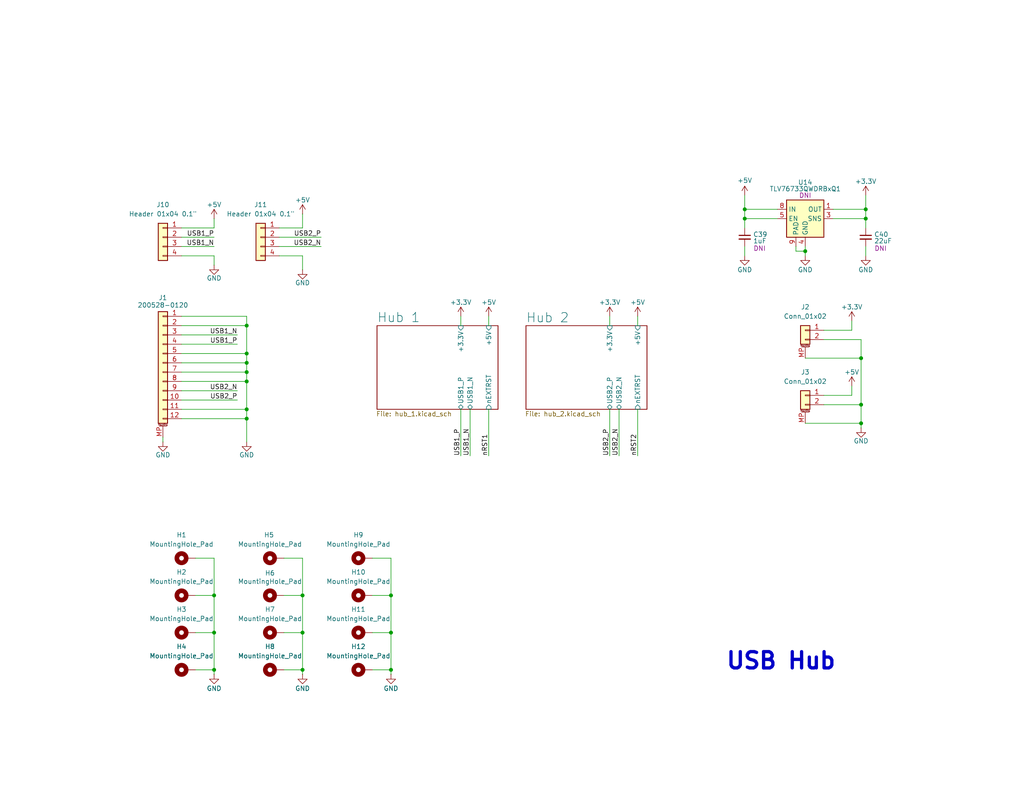
<source format=kicad_sch>
(kicad_sch (version 20231120) (generator "eeschema") (generator_version "8.0")
  (paper "USLetter")
  (title_block (title "Camera USB Hub") (date "2024-06-18") (rev "v1.1") (company "Argus-1 Cubesat"))
  (lib_symbols
    (symbol "Connector_Generic:Conn_01x04" (pin_names (offset 1.016) hide)
      (property "Reference" "J" (at 0 5.08 0))
      (property "Value" "Conn_01x04" (at 0 -7.62 0))
      (symbol "Conn_01x04_1_1"
        (rectangle (start -1.27 -4.953) (end 0 -5.207) (stroke (width 0.1524)))
        (rectangle (start -1.27 -2.413) (end 0 -2.667) (stroke (width 0.1524)))
        (rectangle (start -1.27 0.127) (end 0 -0.127) (stroke (width 0.1524)))
        (rectangle (start -1.27 2.667) (end 0 2.413) (stroke (width 0.1524)))
        (rectangle (start -1.27 3.81) (end 1.27 -6.35) (stroke (width 0.254)) (fill (type background)))
        (pin passive line (at -5.08 2.54 0) (length 3.81) (name "Pin_1") (number "1"))
        (pin passive line (at -5.08 0 0) (length 3.81) (name "Pin_2") (number "2"))
        (pin passive line (at -5.08 -2.54 0) (length 3.81) (name "Pin_3") (number "3"))
        (pin passive line (at -5.08 -5.08 0) (length 3.81) (name "Pin_4") (number "4"))
      )
    )
    (symbol "Connector_Generic_MountingPin:Conn_01x02_MountingPin" (pin_names (offset 1.016) hide)
      (property "Reference" "J" (at 0 2.54 0))
      (property "Value" "Conn_01x02_MountingPin" (at 1.27 -5.08 0))
      (symbol "Conn_01x02_MountingPin_1_1"
        (rectangle (start -1.27 -2.413) (end 0 -2.667) (stroke (width 0.1524)))
        (rectangle (start -1.27 0.127) (end 0 -0.127) (stroke (width 0.1524)))
        (rectangle (start -1.27 1.27) (end 1.27 -3.81) (stroke (width 0.254)) (fill (type background)))
        (polyline (pts (xy -1.016 -4.572) (xy 1.016 -4.572)) (stroke (width 0.1524)))
        (text "Mounting" (at 0 -4.191 0) (effects (font (size 0.381 0.381))))
        (pin passive line (at -5.08 0 0) (length 3.81) (name "Pin_1") (number "1"))
        (pin passive line (at -5.08 -2.54 0) (length 3.81) (name "Pin_2") (number "2"))
        (pin passive line (at 0 -7.62 90) (length 3.048) (name "MountPin") (number "MP"))
      )
    )
    (symbol "Connector_Generic_MountingPin:Conn_01x12_MountingPin" (pin_names (offset 1.016) hide)
      (property "Reference" "J" (at 0 15.24 0))
      (property "Value" "Conn_01x12_MountingPin" (at 1.27 -17.78 0))
      (symbol "Conn_01x12_MountingPin_1_1"
        (rectangle (start -1.27 -15.113) (end 0 -15.367) (stroke (width 0.1524)))
        (rectangle (start -1.27 -12.573) (end 0 -12.827) (stroke (width 0.1524)))
        (rectangle (start -1.27 -10.033) (end 0 -10.287) (stroke (width 0.1524)))
        (rectangle (start -1.27 -7.493) (end 0 -7.747) (stroke (width 0.1524)))
        (rectangle (start -1.27 -4.953) (end 0 -5.207) (stroke (width 0.1524)))
        (rectangle (start -1.27 -2.413) (end 0 -2.667) (stroke (width 0.1524)))
        (rectangle (start -1.27 0.127) (end 0 -0.127) (stroke (width 0.1524)))
        (rectangle (start -1.27 2.667) (end 0 2.413) (stroke (width 0.1524)))
        (rectangle (start -1.27 5.207) (end 0 4.953) (stroke (width 0.1524)))
        (rectangle (start -1.27 7.747) (end 0 7.493) (stroke (width 0.1524)))
        (rectangle (start -1.27 10.287) (end 0 10.033) (stroke (width 0.1524)))
        (rectangle (start -1.27 12.827) (end 0 12.573) (stroke (width 0.1524)))
        (rectangle (start -1.27 13.97) (end 1.27 -16.51) (stroke (width 0.254)) (fill (type background)))
        (polyline (pts (xy -1.016 -17.272) (xy 1.016 -17.272)) (stroke (width 0.1524)))
        (text "Mounting" (at 0 -16.891 0) (effects (font (size 0.381 0.381))))
        (pin passive line (at -5.08 12.7 0) (length 3.81) (name "Pin_1") (number "1"))
        (pin passive line (at -5.08 -10.16 0) (length 3.81) (name "Pin_10") (number "10"))
        (pin passive line (at -5.08 -12.7 0) (length 3.81) (name "Pin_11") (number "11"))
        (pin passive line (at -5.08 -15.24 0) (length 3.81) (name "Pin_12") (number "12"))
        (pin passive line (at -5.08 10.16 0) (length 3.81) (name "Pin_2") (number "2"))
        (pin passive line (at -5.08 7.62 0) (length 3.81) (name "Pin_3") (number "3"))
        (pin passive line (at -5.08 5.08 0) (length 3.81) (name "Pin_4") (number "4"))
        (pin passive line (at -5.08 2.54 0) (length 3.81) (name "Pin_5") (number "5"))
        (pin passive line (at -5.08 0 0) (length 3.81) (name "Pin_6") (number "6"))
        (pin passive line (at -5.08 -2.54 0) (length 3.81) (name "Pin_7") (number "7"))
        (pin passive line (at -5.08 -5.08 0) (length 3.81) (name "Pin_8") (number "8"))
        (pin passive line (at -5.08 -7.62 0) (length 3.81) (name "Pin_9") (number "9"))
        (pin passive line (at 0 -20.32 90) (length 3.048) (name "MountPin") (number "MP"))
      )
    )
    (symbol "Device:C_Small" (pin_numbers hide) (pin_names (offset 0.254) hide)
      (property "Reference" "C" (at 0.254 1.778 0))
      (property "Value" "C_Small" (at 0.254 -2.032 0))
      (symbol "C_Small_0_1"
        (polyline (pts (xy -1.524 -0.508) (xy 1.524 -0.508)) (stroke (width 0.3302)))
        (polyline (pts (xy -1.524 0.508) (xy 1.524 0.508)) (stroke (width 0.3048)))
      )
      (symbol "C_Small_1_1"
        (pin passive line (at 0 2.54 270) (length 2.032) (name "~") (number "1"))
        (pin passive line (at 0 -2.54 90) (length 2.032) (name "~") (number "2"))
      )
    )
    (symbol "Mechanical:MountingHole_Pad" (pin_numbers hide) (pin_names (offset 1.016) hide)
      (property "Reference" "H" (at 0 6.35 0))
      (property "Value" "MountingHole_Pad" (at 0 4.445 0))
      (symbol "MountingHole_Pad_0_1"
        (circle (center 0 1.27) (radius 1.27) (stroke (width 1.27)))
      )
      (symbol "MountingHole_Pad_1_1"
        (pin input line (at 0 -2.54 90) (length 2.54) (name "1") (number "1"))
      )
    )
    (symbol "Regulator_Linear:TLV76733QWDRBxQ1"
      (property "Reference" "U" (at 0 8.89 0))
      (property "Value" "TLV76733QWDRBxQ1" (at 0 6.35 0))
      (symbol "TLV76733QWDRBxQ1_0_1"
        (rectangle (start -5.08 5.08) (end 5.08 -5.08) (stroke (width 0.254)) (fill (type background)))
      )
      (symbol "TLV76733QWDRBxQ1_1_1"
        (pin power_out line (at 7.62 2.54 180) (length 2.54) (name "OUT") (number "1"))
        (pin no_connect line (at 5.08 -2.54 180) (length 2.54) hide (name "NC") (number "2"))
        (pin input line (at 7.62 0 180) (length 2.54) (name "SNS") (number "3"))
        (pin power_in line (at 0 -7.62 90) (length 2.54) (name "GND") (number "4"))
        (pin input line (at -7.62 0 0) (length 2.54) (name "EN") (number "5"))
        (pin passive line (at 0 -7.62 90) (length 2.54) hide (name "GND") (number "6"))
        (pin no_connect line (at -5.08 -2.54 0) (length 2.54) hide (name "NC") (number "7"))
        (pin power_in line (at -7.62 2.54 0) (length 2.54) (name "IN") (number "8"))
        (pin passive line (at -2.54 -7.62 90) (length 2.54) (name "PAD") (number "9"))
      )
    )
    (symbol "power:+3.3V" (power) (pin_numbers hide) (pin_names (offset 0) hide)
      (property "Value" "+3.3V" (at 0 3.556 0))
      (symbol "+3.3V_0_1"
        (polyline (pts (xy -0.762 1.27) (xy 0 2.54)))
        (polyline (pts (xy 0 0) (xy 0 2.54)))
        (polyline (pts (xy 0 2.54) (xy 0.762 1.27)))
      )
      (symbol "+3.3V_1_1"
        (pin power_in line (at 0 0 90) (length 0) (name "~") (number "1"))
      )
    )
    (symbol "power:+5V" (power) (pin_numbers hide) (pin_names (offset 0) hide)
      (property "Value" "+5V" (at 0 3.556 0))
      (symbol "+5V_0_1"
        (polyline (pts (xy -0.762 1.27) (xy 0 2.54)))
        (polyline (pts (xy 0 0) (xy 0 2.54)))
        (polyline (pts (xy 0 2.54) (xy 0.762 1.27)))
      )
      (symbol "+5V_1_1"
        (pin power_in line (at 0 0 90) (length 0) (name "~") (number "1"))
      )
    )
    (symbol "power:GND" (power) (pin_numbers hide) (pin_names (offset 0) hide)
      (property "Value" "GND" (at 0 -3.81 0))
      (symbol "GND_0_1"
        (polyline (pts (xy 0 0) (xy 0 -1.27) (xy 1.27 -1.27) (xy 0 -2.54) (xy -1.27 -1.27) (xy 0 -1.27)))
      )
      (symbol "GND_1_1"
        (pin power_in line (at 0 0 270) (length 0) (name "~") (number "1"))
      )
    )
  )
  (junction (at 234.95 115.57))
  (junction (at 67.31 96.52))
  (junction (at 203.2 57.15))
  (junction (at 58.42 182.88))
  (junction (at 67.31 99.06))
  (junction (at 203.2 59.69))
  (junction (at 67.31 111.76))
  (junction (at 236.22 57.15))
  (junction (at 219.71 68.58))
  (junction (at 67.31 114.3))
  (junction (at 67.31 104.14))
  (junction (at 234.95 110.49))
  (junction (at 82.55 182.88))
  (junction (at 67.31 88.9))
  (junction (at 82.55 172.72))
  (junction (at 106.68 182.88))
  (junction (at 82.55 162.56))
  (junction (at 234.95 97.79))
  (junction (at 236.22 59.69))
  (junction (at 67.31 101.6))
  (junction (at 58.42 162.56))
  (junction (at 106.68 162.56))
  (junction (at 106.68 172.72))
  (junction (at 58.42 172.72))
  (wire (pts (xy 224.79 90.17) (xy 232.41 90.17)))
  (wire (pts (xy 49.53 101.6) (xy 67.31 101.6)))
  (wire (pts (xy 236.22 67.31) (xy 236.22 69.85)))
  (wire (pts (xy 234.95 110.49) (xy 234.95 115.57)))
  (wire (pts (xy 203.2 53.34) (xy 203.2 57.15)))
  (wire (pts (xy 82.55 182.88) (xy 82.55 172.72)))
  (wire (pts (xy 49.53 109.22) (xy 64.77 109.22)))
  (wire (pts (xy 166.37 111.76) (xy 166.37 124.46)))
  (wire (pts (xy 234.95 116.84) (xy 234.95 115.57)))
  (wire (pts (xy 67.31 88.9) (xy 67.31 96.52)))
  (wire (pts (xy 58.42 184.15) (xy 58.42 182.88)))
  (wire (pts (xy 58.42 152.4) (xy 58.42 162.56)))
  (wire (pts (xy 133.35 86.36) (xy 133.35 88.9)))
  (wire (pts (xy 166.37 86.36) (xy 166.37 88.9)))
  (wire (pts (xy 76.2 62.23) (xy 82.55 62.23)))
  (wire (pts (xy 82.55 58.42) (xy 82.55 62.23)))
  (wire (pts (xy 53.34 172.72) (xy 58.42 172.72)))
  (wire (pts (xy 224.79 107.95) (xy 232.41 107.95)))
  (wire (pts (xy 49.53 69.85) (xy 58.42 69.85)))
  (wire (pts (xy 49.53 114.3) (xy 67.31 114.3)))
  (wire (pts (xy 82.55 184.15) (xy 82.55 182.88)))
  (wire (pts (xy 44.45 120.65) (xy 44.45 119.38)))
  (wire (pts (xy 77.47 182.88) (xy 82.55 182.88)))
  (wire (pts (xy 49.53 64.77) (xy 58.42 64.77)))
  (wire (pts (xy 224.79 92.71) (xy 234.95 92.71)))
  (wire (pts (xy 232.41 87.63) (xy 232.41 90.17)))
  (wire (pts (xy 219.71 68.58) (xy 217.17 68.58)))
  (wire (pts (xy 49.53 62.23) (xy 58.42 62.23)))
  (wire (pts (xy 173.99 86.36) (xy 173.99 88.9)))
  (wire (pts (xy 67.31 101.6) (xy 67.31 104.14)))
  (wire (pts (xy 49.53 96.52) (xy 67.31 96.52)))
  (wire (pts (xy 212.09 59.69) (xy 203.2 59.69)))
  (wire (pts (xy 82.55 152.4) (xy 77.47 152.4)))
  (wire (pts (xy 224.79 110.49) (xy 234.95 110.49)))
  (wire (pts (xy 133.35 111.76) (xy 133.35 124.46)))
  (wire (pts (xy 168.91 111.76) (xy 168.91 124.46)))
  (wire (pts (xy 125.73 86.36) (xy 125.73 88.9)))
  (wire (pts (xy 106.68 152.4) (xy 106.68 162.56)))
  (wire (pts (xy 125.73 111.76) (xy 125.73 124.46)))
  (wire (pts (xy 77.47 172.72) (xy 82.55 172.72)))
  (wire (pts (xy 58.42 69.85) (xy 58.42 72.39)))
  (wire (pts (xy 49.53 106.68) (xy 64.77 106.68)))
  (wire (pts (xy 106.68 162.56) (xy 106.68 172.72)))
  (wire (pts (xy 106.68 182.88) (xy 101.6 182.88)))
  (wire (pts (xy 232.41 105.41) (xy 232.41 107.95)))
  (wire (pts (xy 234.95 97.79) (xy 234.95 110.49)))
  (wire (pts (xy 219.71 115.57) (xy 234.95 115.57)))
  (wire (pts (xy 101.6 152.4) (xy 106.68 152.4)))
  (wire (pts (xy 227.33 57.15) (xy 236.22 57.15)))
  (wire (pts (xy 67.31 96.52) (xy 67.31 99.06)))
  (wire (pts (xy 49.53 91.44) (xy 64.77 91.44)))
  (wire (pts (xy 203.2 67.31) (xy 203.2 69.85)))
  (wire (pts (xy 101.6 162.56) (xy 106.68 162.56)))
  (wire (pts (xy 106.68 172.72) (xy 106.68 182.88)))
  (wire (pts (xy 219.71 68.58) (xy 219.71 69.85)))
  (wire (pts (xy 227.33 59.69) (xy 236.22 59.69)))
  (wire (pts (xy 49.53 99.06) (xy 67.31 99.06)))
  (wire (pts (xy 53.34 152.4) (xy 58.42 152.4)))
  (wire (pts (xy 217.17 68.58) (xy 217.17 67.31)))
  (wire (pts (xy 203.2 57.15) (xy 203.2 59.69)))
  (wire (pts (xy 77.47 162.56) (xy 82.55 162.56)))
  (wire (pts (xy 76.2 67.31) (xy 87.63 67.31)))
  (wire (pts (xy 219.71 67.31) (xy 219.71 68.58)))
  (wire (pts (xy 219.71 97.79) (xy 234.95 97.79)))
  (wire (pts (xy 49.53 88.9) (xy 67.31 88.9)))
  (wire (pts (xy 76.2 69.85) (xy 82.55 69.85)))
  (wire (pts (xy 82.55 152.4) (xy 82.55 162.56)))
  (wire (pts (xy 58.42 172.72) (xy 58.42 182.88)))
  (wire (pts (xy 53.34 182.88) (xy 58.42 182.88)))
  (wire (pts (xy 49.53 93.98) (xy 64.77 93.98)))
  (wire (pts (xy 236.22 59.69) (xy 236.22 57.15)))
  (wire (pts (xy 82.55 69.85) (xy 82.55 73.66)))
  (wire (pts (xy 203.2 57.15) (xy 212.09 57.15)))
  (wire (pts (xy 58.42 59.69) (xy 58.42 62.23)))
  (wire (pts (xy 49.53 67.31) (xy 58.42 67.31)))
  (wire (pts (xy 203.2 59.69) (xy 203.2 62.23)))
  (wire (pts (xy 101.6 172.72) (xy 106.68 172.72)))
  (wire (pts (xy 82.55 162.56) (xy 82.55 172.72)))
  (wire (pts (xy 234.95 92.71) (xy 234.95 97.79)))
  (wire (pts (xy 67.31 104.14) (xy 67.31 111.76)))
  (wire (pts (xy 106.68 184.15) (xy 106.68 182.88)))
  (wire (pts (xy 49.53 104.14) (xy 67.31 104.14)))
  (wire (pts (xy 67.31 114.3) (xy 67.31 120.65)))
  (wire (pts (xy 49.53 86.36) (xy 67.31 86.36)))
  (wire (pts (xy 67.31 86.36) (xy 67.31 88.9)))
  (wire (pts (xy 76.2 64.77) (xy 87.63 64.77)))
  (wire (pts (xy 67.31 99.06) (xy 67.31 101.6)))
  (wire (pts (xy 128.27 111.76) (xy 128.27 124.46)))
  (wire (pts (xy 236.22 53.34) (xy 236.22 57.15)))
  (wire (pts (xy 67.31 111.76) (xy 67.31 114.3)))
  (wire (pts (xy 236.22 59.69) (xy 236.22 62.23)))
  (wire (pts (xy 49.53 111.76) (xy 67.31 111.76)))
  (wire (pts (xy 58.42 162.56) (xy 58.42 172.72)))
  (wire (pts (xy 53.34 162.56) (xy 58.42 162.56)))
  (wire (pts (xy 173.99 111.76) (xy 173.99 124.46)))
  (text "USB Hub" (at 213.106 180.594 0) (effects (font (size 4.445 4.445) (thickness 0.889) (bold yes))))
  (label "USB1_P" (at 64.77 93.98 180))
  (label "USB2_P" (at 166.37 124.46 90))
  (label "USB2_N" (at 64.77 106.68 180))
  (label "nRST1" (at 133.35 124.46 90))
  (label "USB2_N" (at 87.63 67.31 180))
  (label "USB1_P" (at 125.73 124.46 90))
  (label "USB1_N" (at 58.42 67.31 180))
  (label "USB2_P" (at 87.63 64.77 180))
  (label "USB1_N" (at 64.77 91.44 180))
  (label "USB2_N" (at 168.91 124.46 90))
  (label "USB1_N" (at 128.27 124.46 90))
  (label "USB2_P" (at 64.77 109.22 180))
  (label "USB1_P" (at 58.42 64.77 180))
  (label "nRST2" (at 173.99 124.46 90))
  (symbol (lib_id "power:+5V") (at 173.99 86.36 0) (unit 1)
    (property "Reference" "#PWR063" (effects (hide yes)))
    (property "Value" "+5V" (at 173.99 82.55 0))
    (property "Description" "Power symbol creates a global label with name \"+5V\"" (effects (hide yes)))
  )
  (symbol (lib_id "power:+3.3V") (at 236.22 53.34 0) (unit 1)
    (property "Reference" "#PWR076" (effects (hide yes)))
    (property "Value" "+3.3V" (at 236.22 49.53 0))
    (property "Description" "Power symbol creates a global label with name \"+3.3V\"" (effects (hide yes)))
  )
  (symbol (lib_id "Connector_Generic_MountingPin:Conn_01x02_MountingPin") (at 219.71 107.95 0) (mirror y) (unit 1)
    (property "Reference" "J3" (at 219.71 101.6 0))
    (property "Value" "Conn_01x02" (at 219.71 104.14 0))
    (property "Footprint" "Connector_JST:JST_PH_S2B-PH-SM4-TB_1x02-1MP_P2.00mm_Horizontal" (effects (hide yes)))
    (property "Description" "Generic connectable mounting pin connector, single row, 01x02, script generated (kicad-library-utils/schlib/autogen/connector/)" (effects (hide yes)))
  )
  (symbol (lib_id "Mechanical:MountingHole_Pad") (at 74.93 172.72 90) (unit 1)
    (property "Reference" "H7" (at 73.66 166.37 90))
    (property "Value" "MountingHole_Pad" (at 73.66 168.91 90))
    (property "Footprint" "CameraHub:MountingHole_USB" (effects (hide yes)))
  )
  (symbol (lib_id "Regulator_Linear:TLV76733QWDRBxQ1") (at 219.71 59.69 0) (unit 1)
    (property "Reference" "U14" (at 219.71 49.784 0))
    (property "Value" "TLV76733QWDRBxQ1" (at 219.71 51.562 0))
    (property "Footprint" "Package_SON:VSON-8-1EP_3x3mm_P0.65mm_EP1.65x2.4mm" (effects (hide yes)))
    (property "Datasheet" "www.ti.com/lit/gpn/TLV767-q1" (effects (hide yes)))
    (property "Description" "1A, 16V Precision Linear Voltage Regulator, with enable pin, Fixed Output 3.3V, VSON-8" (effects (hide yes)))
    (property "DNI" "DNI" (at 219.71 53.34 0))
  )
  (symbol (lib_id "power:GND") (at 203.2 69.85 0) (unit 1)
    (property "Reference" "#PWR073" (effects (hide yes)))
    (property "Value" "GND" (at 203.2 73.66 0))
    (property "Description" "Power symbol creates a global label with name \"GND\" , ground" (effects (hide yes)))
  )
  (symbol (lib_id "power:GND") (at 219.71 69.85 0) (unit 1)
    (property "Reference" "#PWR072" (effects (hide yes)))
    (property "Value" "GND" (at 219.71 73.66 0))
    (property "Description" "Power symbol creates a global label with name \"GND\" , ground" (effects (hide yes)))
  )
  (symbol (lib_id "Mechanical:MountingHole_Pad") (at 74.93 162.56 90) (unit 1)
    (property "Reference" "H6" (at 73.66 156.464 90))
    (property "Value" "MountingHole_Pad" (at 73.66 158.75 90))
    (property "Footprint" "CameraHub:MountingHole_USB" (effects (hide yes)))
  )
  (symbol (lib_id "power:GND") (at 67.31 120.65 0) (unit 1)
    (property "Reference" "#PWR064" (effects (hide yes)))
    (property "Value" "GND" (at 67.31 124.206 0))
    (property "Description" "Power symbol creates a global label with name \"GND\" , ground" (effects (hide yes)))
  )
  (symbol (lib_id "Connector_Generic_MountingPin:Conn_01x12_MountingPin") (at 44.45 99.06 0) (mirror y) (unit 1)
    (property "Reference" "J1" (at 44.45 81.28 0))
    (property "Value" "200528-0120" (at 44.45 83.312 0))
    (property "Footprint" "Connector_FFC-FPC:Molex_200528-0120_1x12-1MP_P1.00mm_Horizontal" (effects (hide yes)))
    (property "Description" "Generic connectable mounting pin connector, single row, 01x12, script generated (kicad-library-utils/schlib/autogen/connector/)" (effects (hide yes)))
  )
  (symbol (lib_id "Mechanical:MountingHole_Pad") (at 50.8 152.4 90) (unit 1)
    (property "Reference" "H1" (at 49.53 146.05 90))
    (property "Value" "MountingHole_Pad" (at 49.53 148.59 90))
    (property "Footprint" "CameraHub:MountingHole" (effects (hide yes)))
  )
  (symbol (lib_id "power:+5V") (at 82.55 58.42 0) (unit 1)
    (property "Reference" "#PWR069" (effects (hide yes)))
    (property "Value" "+5V" (at 82.55 54.61 0))
    (property "Description" "Power symbol creates a global label with name \"+5V\"" (effects (hide yes)))
  )
  (symbol (lib_id "power:GND") (at 82.55 73.66 0) (unit 1)
    (property "Reference" "#PWR070" (effects (hide yes)))
    (property "Value" "GND" (at 82.55 77.216 0))
    (property "Description" "Power symbol creates a global label with name \"GND\" , ground" (effects (hide yes)))
  )
  (symbol (lib_id "power:GND") (at 44.45 120.65 0) (unit 1)
    (property "Reference" "#PWR079" (effects (hide yes)))
    (property "Value" "GND" (at 44.45 124.206 0))
    (property "Description" "Power symbol creates a global label with name \"GND\" , ground" (effects (hide yes)))
  )
  (symbol (lib_id "Connector_Generic:Conn_01x04") (at 44.45 64.77 0) (mirror y) (unit 1)
    (property "Reference" "J10" (at 44.45 55.88 0))
    (property "Value" "Header 01x04 0.1\"" (at 44.45 58.42 0))
    (property "Footprint" "Connector_PinHeader_2.54mm:PinHeader_1x04_P2.54mm_Vertical" (effects (hide yes)))
    (property "Description" "Generic connector, single row, 01x04, script generated (kicad-library-utils/schlib/autogen/connector/)" (effects (hide yes)))
  )
  (symbol (lib_id "Device:C_Small") (at 236.22 64.77 0) (unit 1)
    (property "Reference" "C40" (at 238.506 64.008 0) (effects (justify left)))
    (property "Value" "22uF" (at 238.506 65.786 0) (effects (justify left)))
    (property "Footprint" "Capacitor_SMD:C_0603_1608Metric" (effects (hide yes)))
    (property "Description" "Unpolarized capacitor, small symbol" (effects (hide yes)))
    (property "DNI" "DNI" (at 240.284 67.818 0))
  )
  (symbol (lib_id "power:+3.3V") (at 125.73 86.36 0) (unit 1)
    (property "Reference" "#PWR060" (effects (hide yes)))
    (property "Value" "+3.3V" (at 125.73 82.55 0))
    (property "Description" "Power symbol creates a global label with name \"+3.3V\"" (effects (hide yes)))
  )
  (symbol (lib_id "Mechanical:MountingHole_Pad") (at 99.06 172.72 90) (unit 1)
    (property "Reference" "H11" (at 97.79 166.37 90))
    (property "Value" "MountingHole_Pad" (at 97.79 168.91 90))
    (property "Footprint" "CameraHub:MountingHole_USB" (effects (hide yes)))
  )
  (symbol (lib_id "Mechanical:MountingHole_Pad") (at 99.06 182.88 90) (unit 1)
    (property "Reference" "H12" (at 97.79 176.53 90))
    (property "Value" "MountingHole_Pad" (at 97.79 179.07 90))
    (property "Footprint" "CameraHub:MountingHole_USB" (effects (hide yes)))
  )
  (symbol (lib_id "power:GND") (at 58.42 72.39 0) (unit 1)
    (property "Reference" "#PWR071" (effects (hide yes)))
    (property "Value" "GND" (at 58.42 75.946 0))
    (property "Description" "Power symbol creates a global label with name \"GND\" , ground" (effects (hide yes)))
  )
  (symbol (lib_id "Connector_Generic:Conn_01x04") (at 71.12 64.77 0) (mirror y) (unit 1)
    (property "Reference" "J11" (at 71.12 55.88 0))
    (property "Value" "Header 01x04 0.1\"" (at 71.12 58.42 0))
    (property "Footprint" "Connector_PinHeader_2.54mm:PinHeader_1x04_P2.54mm_Vertical" (effects (hide yes)))
    (property "Description" "Generic connector, single row, 01x04, script generated (kicad-library-utils/schlib/autogen/connector/)" (effects (hide yes)))
  )
  (symbol (lib_id "power:GND") (at 234.95 116.84 0) (unit 1)
    (property "Reference" "#PWR065" (effects (hide yes)))
    (property "Value" "GND" (at 234.95 120.396 0))
    (property "Description" "Power symbol creates a global label with name \"GND\" , ground" (effects (hide yes)))
  )
  (symbol (lib_id "power:GND") (at 106.68 184.15 0) (unit 1)
    (property "Reference" "#PWR03" (effects (hide yes)))
    (property "Value" "GND" (at 106.68 187.96 0))
    (property "Description" "Power symbol creates a global label with name \"GND\" , ground" (effects (hide yes)))
  )
  (symbol (lib_id "power:+5V") (at 58.42 59.69 0) (unit 1)
    (property "Reference" "#PWR068" (effects (hide yes)))
    (property "Value" "+5V" (at 58.42 55.88 0))
    (property "Description" "Power symbol creates a global label with name \"+5V\"" (effects (hide yes)))
  )
  (symbol (lib_id "power:GND") (at 82.55 184.15 0) (unit 1)
    (property "Reference" "#PWR02" (effects (hide yes)))
    (property "Value" "GND" (at 82.55 187.96 0))
    (property "Description" "Power symbol creates a global label with name \"GND\" , ground" (effects (hide yes)))
  )
  (symbol (lib_id "Mechanical:MountingHole_Pad") (at 50.8 182.88 90) (unit 1)
    (property "Reference" "H4" (at 49.53 176.53 90))
    (property "Value" "MountingHole_Pad" (at 49.53 179.07 90))
    (property "Footprint" "CameraHub:MountingHole" (effects (hide yes)))
  )
  (symbol (lib_id "power:GND") (at 58.42 184.15 0) (unit 1)
    (property "Reference" "#PWR01" (effects (hide yes)))
    (property "Value" "GND" (at 58.42 187.96 0))
    (property "Description" "Power symbol creates a global label with name \"GND\" , ground" (effects (hide yes)))
  )
  (symbol (lib_id "Mechanical:MountingHole_Pad") (at 74.93 152.4 90) (unit 1)
    (property "Reference" "H5" (at 73.406 146.05 90))
    (property "Value" "MountingHole_Pad" (at 73.66 148.59 90))
    (property "Footprint" "CameraHub:MountingHole_USB" (effects (hide yes)))
  )
  (symbol (lib_id "power:+5V") (at 133.35 86.36 0) (unit 1)
    (property "Reference" "#PWR061" (effects (hide yes)))
    (property "Value" "+5V" (at 133.35 82.55 0))
    (property "Description" "Power symbol creates a global label with name \"+5V\"" (effects (hide yes)))
  )
  (symbol (lib_id "Device:C_Small") (at 203.2 64.77 0) (unit 1)
    (property "Reference" "C39" (at 205.486 64.008 0) (effects (justify left)))
    (property "Value" "1uF" (at 205.486 65.786 0) (effects (justify left)))
    (property "Footprint" "Capacitor_SMD:C_0603_1608Metric" (effects (hide yes)))
    (property "Description" "Unpolarized capacitor, small symbol" (effects (hide yes)))
    (property "DNI" "DNI" (at 207.264 67.818 0))
  )
  (symbol (lib_id "power:GND") (at 236.22 69.85 0) (unit 1)
    (property "Reference" "#PWR075" (effects (hide yes)))
    (property "Value" "GND" (at 236.22 73.66 0))
    (property "Description" "Power symbol creates a global label with name \"GND\" , ground" (effects (hide yes)))
  )
  (symbol (lib_id "power:+5V") (at 203.2 53.34 0) (unit 1)
    (property "Reference" "#PWR074" (effects (hide yes)))
    (property "Value" "+5V" (at 203.2 49.276 0))
    (property "Description" "Power symbol creates a global label with name \"+5V\"" (effects (hide yes)))
  )
  (symbol (lib_id "Mechanical:MountingHole_Pad") (at 99.06 152.4 90) (unit 1)
    (property "Reference" "H9" (at 97.79 146.05 90))
    (property "Value" "MountingHole_Pad" (at 97.79 148.59 90))
    (property "Footprint" "CameraHub:MountingHole_USB" (effects (hide yes)))
  )
  (symbol (lib_id "Connector_Generic_MountingPin:Conn_01x02_MountingPin") (at 219.71 90.17 0) (mirror y) (unit 1)
    (property "Reference" "J2" (at 219.71 83.82 0))
    (property "Value" "Conn_01x02" (at 219.71 86.36 0))
    (property "Footprint" "Connector_JST:JST_PH_S2B-PH-SM4-TB_1x02-1MP_P2.00mm_Horizontal" (effects (hide yes)))
    (property "Description" "Generic connectable mounting pin connector, single row, 01x02, script generated (kicad-library-utils/schlib/autogen/connector/)" (effects (hide yes)))
  )
  (symbol (lib_id "Mechanical:MountingHole_Pad") (at 99.06 162.56 90) (unit 1)
    (property "Reference" "H10" (at 97.79 156.21 90))
    (property "Value" "MountingHole_Pad" (at 97.79 158.75 90))
    (property "Footprint" "CameraHub:MountingHole_USB" (effects (hide yes)))
  )
  (symbol (lib_id "Mechanical:MountingHole_Pad") (at 50.8 172.72 90) (unit 1)
    (property "Reference" "H3" (at 49.53 166.37 90))
    (property "Value" "MountingHole_Pad" (at 49.53 168.91 90))
    (property "Footprint" "CameraHub:MountingHole" (effects (hide yes)))
  )
  (symbol (lib_id "power:+5V") (at 232.41 105.41 0) (unit 1)
    (property "Reference" "#PWR067" (effects (hide yes)))
    (property "Value" "+5V" (at 232.41 101.6 0))
    (property "Description" "Power symbol creates a global label with name \"+5V\"" (effects (hide yes)))
  )
  (symbol (lib_id "power:+3.3V") (at 166.37 86.36 0) (unit 1)
    (property "Reference" "#PWR062" (effects (hide yes)))
    (property "Value" "+3.3V" (at 166.37 82.55 0))
    (property "Description" "Power symbol creates a global label with name \"+3.3V\"" (effects (hide yes)))
  )
  (symbol (lib_id "Mechanical:MountingHole_Pad") (at 50.8 162.56 90) (unit 1)
    (property "Reference" "H2" (at 49.53 156.21 90))
    (property "Value" "MountingHole_Pad" (at 49.53 158.75 90))
    (property "Footprint" "CameraHub:MountingHole" (effects (hide yes)))
  )
  (symbol (lib_id "Mechanical:MountingHole_Pad") (at 74.93 182.88 90) (unit 1)
    (property "Reference" "H8" (at 73.66 176.53 90))
    (property "Value" "MountingHole_Pad" (at 73.66 179.07 90))
    (property "Footprint" "CameraHub:MountingHole_USB" (effects (hide yes)))
  )
  (symbol (lib_id "power:+3.3V") (at 232.41 87.63 0) (unit 1)
    (property "Reference" "#PWR066" (effects (hide yes)))
    (property "Value" "+3.3V" (at 232.41 83.82 0))
    (property "Description" "Power symbol creates a global label with name \"+3.3V\"" (effects (hide yes)))
  )
  (sheet (at 143.51 88.9) (size 33.02 22.86) (stroke (width 0.1524))
    (property "Sheetname" "Hub 2" (at 143.51 88.1884 0) (effects (font (size 2.54 2.54)) (justify left bottom)))
    (property "Sheetfile" "hub_2.kicad_sch" (at 143.256 112.268 0) (effects (justify left top)))
    (pin "+3.3V" input (at 166.37 88.9 90))
    (pin "+5V" input (at 173.99 88.9 90))
    (pin "nEXTRST" input (at 173.99 111.76 270))
    (pin "USB2_N" bidirectional (at 168.91 111.76 270))
    (pin "USB2_P" bidirectional (at 166.37 111.76 270))
  )
  (sheet (at 102.87 88.9) (size 33.02 22.86) (stroke (width 0.1524))
    (property "Sheetname" "Hub 1" (at 102.87 88.138 0) (effects (font (size 2.54 2.54)) (justify left bottom)))
    (property "Sheetfile" "hub_1.kicad_sch" (at 102.616 112.268 0) (effects (justify left top)))
    (pin "+3.3V" input (at 125.73 88.9 90))
    (pin "nEXTRST" input (at 133.35 111.76 270))
    (pin "+5V" input (at 133.35 88.9 90))
    (pin "USB1_N" bidirectional (at 128.27 111.76 270))
    (pin "USB1_P" bidirectional (at 125.73 111.76 270))
  )
)
</source>
